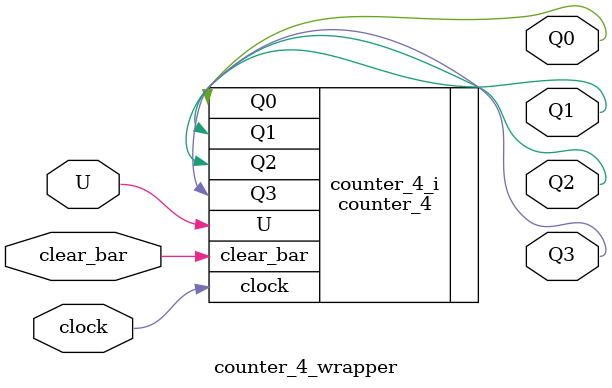
<source format=v>
`timescale 1 ps / 1 ps

module counter_4_wrapper
   (Q0,
    Q1,
    Q2,
    Q3,
    U,
    clear_bar,
    clock);
  output [0:0]Q0;
  output [0:0]Q1;
  output [0:0]Q2;
  output [0:0]Q3;
  input U;
  input clear_bar;
  input clock;

  wire [0:0]Q0;
  wire [0:0]Q1;
  wire [0:0]Q2;
  wire [0:0]Q3;
  wire U;
  wire clear_bar;
  wire clock;

  counter_4 counter_4_i
       (.Q0(Q0),
        .Q1(Q1),
        .Q2(Q2),
        .Q3(Q3),
        .U(U),
        .clear_bar(clear_bar),
        .clock(clock));
endmodule

</source>
